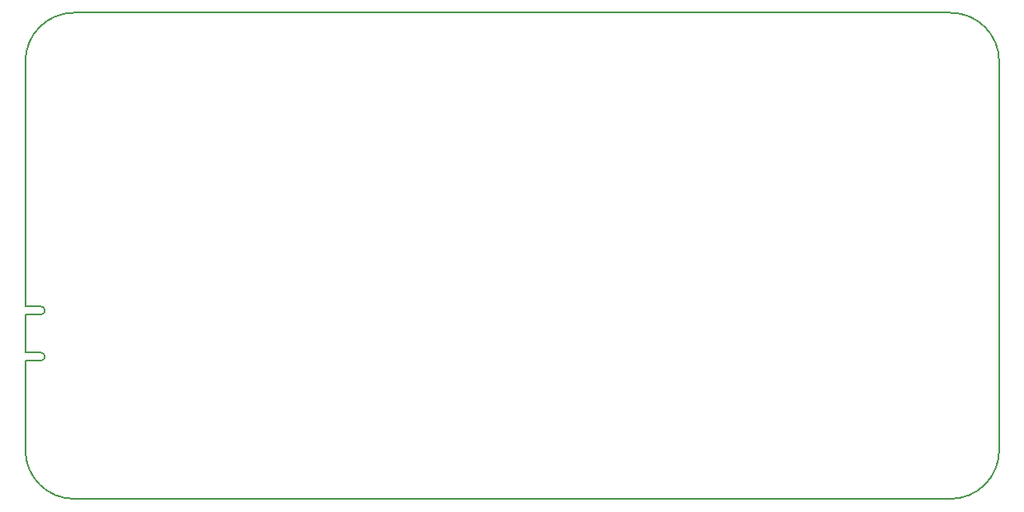
<source format=gbr>
%TF.GenerationSoftware,KiCad,Pcbnew,5.1.6*%
%TF.CreationDate,2020-09-20T16:59:45+02:00*%
%TF.ProjectId,usb_switcher,7573625f-7377-4697-9463-6865722e6b69,rev?*%
%TF.SameCoordinates,Original*%
%TF.FileFunction,Profile,NP*%
%FSLAX46Y46*%
G04 Gerber Fmt 4.6, Leading zero omitted, Abs format (unit mm)*
G04 Created by KiCad (PCBNEW 5.1.6) date 2020-09-20 16:59:45*
%MOMM*%
%LPD*%
G01*
G04 APERTURE LIST*
%TA.AperFunction,Profile*%
%ADD10C,0.200000*%
%TD*%
G04 APERTURE END LIST*
D10*
X99997800Y-79250000D02*
X100000000Y-55000000D01*
X99997800Y-86750000D02*
X100000000Y-95000000D01*
X195000000Y-100000000D02*
X105000000Y-100000000D01*
X200000000Y-55000000D02*
X200000000Y-95000000D01*
X105000000Y-50000000D02*
X195000000Y-50000000D01*
X195000000Y-50000000D02*
G75*
G02*
X200000000Y-55000000I0J-5000000D01*
G01*
X200000000Y-95000000D02*
G75*
G02*
X195000000Y-100000000I-5000000J0D01*
G01*
X105000000Y-100000000D02*
G75*
G02*
X100000000Y-95000000I0J5000000D01*
G01*
X100000000Y-55000000D02*
G75*
G02*
X105000000Y-50000000I5000000J0D01*
G01*
%TO.C,J1*%
X99997800Y-79250000D02*
X99997800Y-80200000D01*
X101572800Y-80200000D02*
X99997800Y-80200000D01*
X101572800Y-81050000D02*
X99997800Y-81050000D01*
X99997800Y-81050000D02*
X99997800Y-84950000D01*
X101572800Y-84950000D02*
X99997800Y-84950000D01*
X101572800Y-85800000D02*
X99997800Y-85800000D01*
X99997800Y-85800000D02*
X99997800Y-86750000D01*
X101572800Y-85800000D02*
G75*
G03*
X101572800Y-84950000I0J425000D01*
G01*
X101572800Y-81050000D02*
G75*
G03*
X101572800Y-80200000I0J425000D01*
G01*
%TD*%
M02*

</source>
